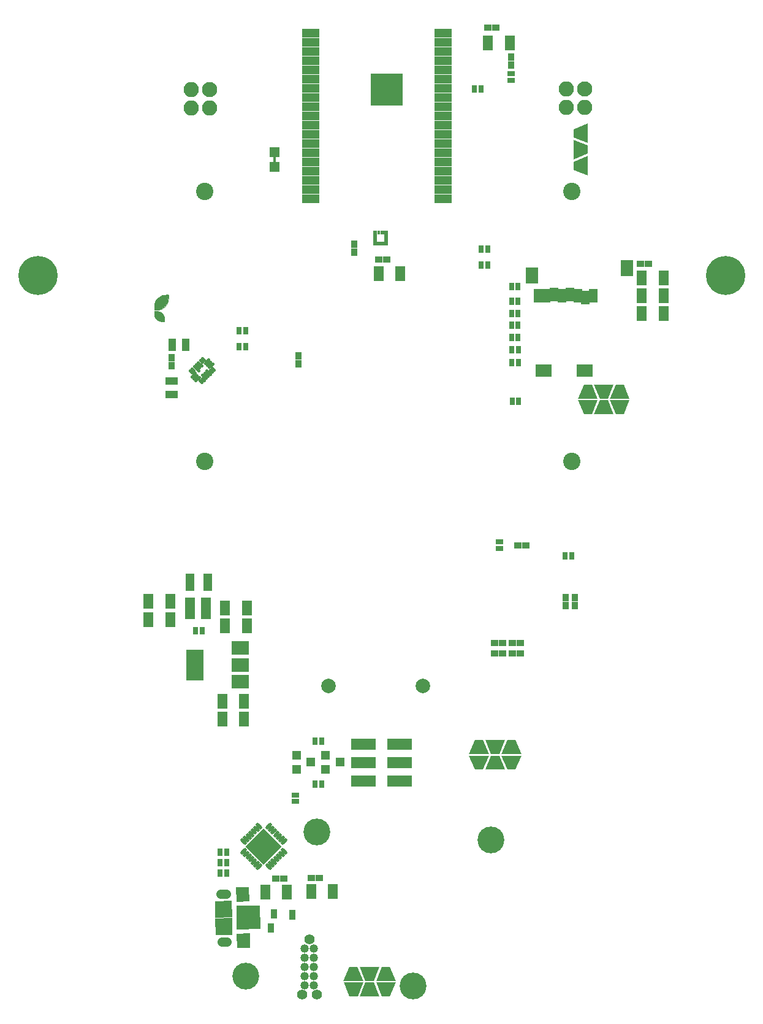
<source format=gbs>
G04 #@! TF.FileFunction,Soldermask,Bot*
%FSLAX46Y46*%
G04 Gerber Fmt 4.6, Leading zero omitted, Abs format (unit mm)*
G04 Created by KiCad (PCBNEW 4.0.7+dfsg1-1ubuntu2) date Fri May 11 22:40:51 2018*
%MOMM*%
%LPD*%
G01*
G04 APERTURE LIST*
%ADD10C,0.100000*%
%ADD11C,0.010000*%
%ADD12C,0.304800*%
%ADD13C,2.100000*%
%ADD14O,2.100000X2.100000*%
%ADD15R,2.400000X1.300000*%
%ADD16R,4.400000X4.400000*%
%ADD17R,0.800000X1.000000*%
%ADD18R,0.900000X1.000000*%
%ADD19R,1.400000X2.000000*%
%ADD20R,1.000000X0.900000*%
%ADD21R,1.799540X2.299920*%
%ADD22R,1.197560X1.898600*%
%ADD23R,2.198320X1.799540*%
%ADD24C,5.400000*%
%ADD25R,1.300000X2.350000*%
%ADD26R,1.700000X1.100000*%
%ADD27R,1.100000X1.700000*%
%ADD28R,1.000000X0.800000*%
%ADD29R,1.300000X1.200000*%
%ADD30R,1.460000X1.050000*%
%ADD31R,2.400000X4.200000*%
%ADD32R,2.400000X1.900000*%
%ADD33R,3.400000X1.600000*%
%ADD34C,1.299160*%
%ADD35R,0.450000X0.475000*%
%ADD36R,0.470000X0.495000*%
%ADD37R,0.495000X0.470000*%
%ADD38C,0.500000*%
%ADD39C,0.430000*%
%ADD40C,3.700000*%
%ADD41R,0.950000X0.700000*%
%ADD42C,2.000000*%
%ADD43R,1.400000X1.400000*%
%ADD44C,2.400000*%
%ADD45C,1.187400*%
%ADD46C,1.390600*%
G04 APERTURE END LIST*
D10*
D11*
G36*
X94605059Y-75928572D02*
X94614610Y-76200715D01*
X94649535Y-76516553D01*
X94731334Y-76777385D01*
X94861756Y-76985041D01*
X95042551Y-77141351D01*
X95275469Y-77248147D01*
X95562259Y-77307259D01*
X95681944Y-77317386D01*
X96013595Y-77336296D01*
X95991980Y-77030002D01*
X95944072Y-76703909D01*
X95850376Y-76434069D01*
X95710946Y-76220536D01*
X95525836Y-76063362D01*
X95295100Y-75962599D01*
X95018793Y-75918301D01*
X94852913Y-75917776D01*
X94605059Y-75928572D01*
X94605059Y-75928572D01*
G37*
X94605059Y-75928572D02*
X94614610Y-76200715D01*
X94649535Y-76516553D01*
X94731334Y-76777385D01*
X94861756Y-76985041D01*
X95042551Y-77141351D01*
X95275469Y-77248147D01*
X95562259Y-77307259D01*
X95681944Y-77317386D01*
X96013595Y-77336296D01*
X95991980Y-77030002D01*
X95944072Y-76703909D01*
X95850376Y-76434069D01*
X95710946Y-76220536D01*
X95525836Y-76063362D01*
X95295100Y-75962599D01*
X95018793Y-75918301D01*
X94852913Y-75917776D01*
X94605059Y-75928572D01*
G36*
X96077241Y-73650442D02*
X95760326Y-73722586D01*
X95467275Y-73835591D01*
X95210613Y-73983913D01*
X95002864Y-74162008D01*
X94900004Y-74291090D01*
X94796753Y-74484904D01*
X94709452Y-74721423D01*
X94643081Y-74978471D01*
X94602616Y-75233874D01*
X94593037Y-75465456D01*
X94606662Y-75597780D01*
X94625463Y-75677508D01*
X94657134Y-75715245D01*
X94724018Y-75725697D01*
X94799598Y-75724759D01*
X94941393Y-75715599D01*
X95100565Y-75697521D01*
X95158514Y-75688758D01*
X95517351Y-75600782D01*
X95821981Y-75465019D01*
X96073568Y-75280590D01*
X96273275Y-75046618D01*
X96422268Y-74762226D01*
X96436507Y-74725436D01*
X96484909Y-74559047D01*
X96524606Y-74353782D01*
X96552154Y-74136698D01*
X96564108Y-73934853D01*
X96557244Y-73776929D01*
X96540356Y-73681078D01*
X96510759Y-73637218D01*
X96448318Y-73625148D01*
X96405496Y-73624704D01*
X96077241Y-73650442D01*
X96077241Y-73650442D01*
G37*
X96077241Y-73650442D02*
X95760326Y-73722586D01*
X95467275Y-73835591D01*
X95210613Y-73983913D01*
X95002864Y-74162008D01*
X94900004Y-74291090D01*
X94796753Y-74484904D01*
X94709452Y-74721423D01*
X94643081Y-74978471D01*
X94602616Y-75233874D01*
X94593037Y-75465456D01*
X94606662Y-75597780D01*
X94625463Y-75677508D01*
X94657134Y-75715245D01*
X94724018Y-75725697D01*
X94799598Y-75724759D01*
X94941393Y-75715599D01*
X95100565Y-75697521D01*
X95158514Y-75688758D01*
X95517351Y-75600782D01*
X95821981Y-75465019D01*
X96073568Y-75280590D01*
X96273275Y-75046618D01*
X96422268Y-74762226D01*
X96436507Y-74725436D01*
X96484909Y-74559047D01*
X96524606Y-74353782D01*
X96552154Y-74136698D01*
X96564108Y-73934853D01*
X96557244Y-73776929D01*
X96540356Y-73681078D01*
X96510759Y-73637218D01*
X96448318Y-73625148D01*
X96405496Y-73624704D01*
X96077241Y-73650442D01*
D12*
X111200000Y-56000000D02*
X111200000Y-54000000D01*
D13*
X154070000Y-45230000D03*
D14*
X154070000Y-47770000D03*
X151530000Y-45230000D03*
X151530000Y-47770000D03*
D10*
G36*
X159462000Y-86088000D02*
X160262000Y-88012000D01*
X157538000Y-88012000D01*
X158338000Y-86088000D01*
X159462000Y-86088000D01*
X159462000Y-86088000D01*
G37*
G36*
X156138000Y-88012000D02*
X155338000Y-86088000D01*
X158062000Y-86088000D01*
X157262000Y-88012000D01*
X156138000Y-88012000D01*
X156138000Y-88012000D01*
G37*
G36*
X153938000Y-90112000D02*
X153138000Y-88188000D01*
X155862000Y-88188000D01*
X155062000Y-90112000D01*
X153938000Y-90112000D01*
X153938000Y-90112000D01*
G37*
G36*
X157262000Y-88188000D02*
X158062000Y-90112000D01*
X155338000Y-90112000D01*
X156138000Y-88188000D01*
X157262000Y-88188000D01*
X157262000Y-88188000D01*
G37*
G36*
X152538000Y-50788000D02*
X154462000Y-49988000D01*
X154462000Y-52712000D01*
X152538000Y-51912000D01*
X152538000Y-50788000D01*
X152538000Y-50788000D01*
G37*
G36*
X154462000Y-54162000D02*
X152538000Y-54962000D01*
X152538000Y-52238000D01*
X154462000Y-53038000D01*
X154462000Y-54162000D01*
X154462000Y-54162000D01*
G37*
G36*
X152538000Y-55288000D02*
X154462000Y-54488000D01*
X154462000Y-57212000D01*
X152538000Y-56412000D01*
X152538000Y-55288000D01*
X152538000Y-55288000D01*
G37*
G36*
X140012000Y-135088000D02*
X140812000Y-137012000D01*
X138088000Y-137012000D01*
X138888000Y-135088000D01*
X140012000Y-135088000D01*
X140012000Y-135088000D01*
G37*
G36*
X141138000Y-137012000D02*
X140338000Y-135088000D01*
X143062000Y-135088000D01*
X142262000Y-137012000D01*
X141138000Y-137012000D01*
X141138000Y-137012000D01*
G37*
G36*
X144512000Y-135088000D02*
X145312000Y-137012000D01*
X142588000Y-137012000D01*
X143388000Y-135088000D01*
X144512000Y-135088000D01*
X144512000Y-135088000D01*
G37*
G36*
X143388000Y-139162000D02*
X142588000Y-137238000D01*
X145312000Y-137238000D01*
X144512000Y-139162000D01*
X143388000Y-139162000D01*
X143388000Y-139162000D01*
G37*
G36*
X142262000Y-137238000D02*
X143062000Y-139162000D01*
X140338000Y-139162000D01*
X141138000Y-137238000D01*
X142262000Y-137238000D01*
X142262000Y-137238000D01*
G37*
G36*
X138888000Y-139162000D02*
X138088000Y-137238000D01*
X140812000Y-137238000D01*
X140012000Y-139162000D01*
X138888000Y-139162000D01*
X138888000Y-139162000D01*
G37*
G36*
X126038000Y-170462000D02*
X125238000Y-168538000D01*
X127962000Y-168538000D01*
X127162000Y-170462000D01*
X126038000Y-170462000D01*
X126038000Y-170462000D01*
G37*
G36*
X127162000Y-166438000D02*
X127962000Y-168362000D01*
X125238000Y-168362000D01*
X126038000Y-166438000D01*
X127162000Y-166438000D01*
X127162000Y-166438000D01*
G37*
G36*
X123788000Y-168362000D02*
X122988000Y-166438000D01*
X125712000Y-166438000D01*
X124912000Y-168362000D01*
X123788000Y-168362000D01*
X123788000Y-168362000D01*
G37*
D15*
X134500000Y-37570000D03*
X134500000Y-38840000D03*
X134500000Y-40110000D03*
X134500000Y-41380000D03*
X134500000Y-42650000D03*
X134500000Y-43920000D03*
X134500000Y-45190000D03*
X134500000Y-46460000D03*
X134500000Y-47730000D03*
X134500000Y-49000000D03*
X134500000Y-50270000D03*
X134500000Y-51540000D03*
X134500000Y-52810000D03*
X134500000Y-54080000D03*
X134500000Y-55350000D03*
X134500000Y-56620000D03*
X134500000Y-57890000D03*
X134500000Y-59160000D03*
X134500000Y-60430000D03*
X116190000Y-37570000D03*
X116190000Y-38840000D03*
X116190000Y-40110000D03*
X116190000Y-41380000D03*
X116190000Y-45190000D03*
X116190000Y-42650000D03*
X116190000Y-43920000D03*
X116190000Y-46460000D03*
X116190000Y-47730000D03*
X116190000Y-49000000D03*
X116190000Y-50270000D03*
X116190000Y-51540000D03*
X116190000Y-52810000D03*
X116190000Y-54080000D03*
X116190000Y-55350000D03*
X116190000Y-56620000D03*
X116190000Y-57890000D03*
X116190000Y-59160000D03*
X116190000Y-60430000D03*
D16*
X126750000Y-45360000D03*
D17*
X100300000Y-120000000D03*
X101200000Y-120000000D03*
D18*
X97000000Y-83450000D03*
X97000000Y-82350000D03*
D19*
X161950000Y-71350000D03*
X164950000Y-71350000D03*
D20*
X161750000Y-69400000D03*
X162850000Y-69400000D03*
D19*
X109950000Y-156050000D03*
X112950000Y-156050000D03*
D20*
X111400000Y-154200000D03*
X112500000Y-154200000D03*
D19*
X116300000Y-156000000D03*
X119300000Y-156000000D03*
D20*
X116300000Y-154150000D03*
X117400000Y-154150000D03*
D18*
X143900000Y-41900000D03*
X143900000Y-40800000D03*
D19*
X140700000Y-38900000D03*
X143700000Y-38900000D03*
D20*
X140700000Y-36800000D03*
X141800000Y-36800000D03*
D19*
X106983406Y-129731224D03*
X103983406Y-129731224D03*
X106983408Y-132231225D03*
X103983408Y-132231225D03*
D20*
X144050000Y-123100000D03*
X145150000Y-123100000D03*
X142750000Y-123100000D03*
X141650000Y-123100000D03*
D19*
X104400000Y-116900000D03*
X107400000Y-116900000D03*
X93800000Y-115900000D03*
X96800000Y-115900000D03*
X104400000Y-119300000D03*
X107400000Y-119300000D03*
D20*
X142700000Y-121700000D03*
X141600000Y-121700000D03*
X144050000Y-121700000D03*
X145150000Y-121700000D03*
D19*
X96800000Y-118500000D03*
X93800000Y-118500000D03*
D18*
X151400000Y-116500000D03*
X151400000Y-115400000D03*
X152700000Y-116500000D03*
X152700000Y-115400000D03*
D20*
X144850000Y-108250000D03*
X145950000Y-108250000D03*
D19*
X125600000Y-70700000D03*
X128600000Y-70700000D03*
D20*
X125650000Y-68800000D03*
X126750000Y-68800000D03*
D18*
X122200000Y-66650000D03*
X122200000Y-67750000D03*
D21*
X159936220Y-69949760D03*
X146789180Y-70950520D03*
D22*
X155288020Y-73800400D03*
X154188200Y-74001060D03*
X153090920Y-73800400D03*
X151991100Y-73599740D03*
X150891280Y-73800400D03*
X149788920Y-73599740D03*
X148689100Y-73800400D03*
X147589280Y-73800400D03*
D23*
X148389380Y-84097560D03*
X154086600Y-84097560D03*
D24*
X78500000Y-71000000D03*
X173500000Y-71000000D03*
D25*
X102025000Y-113300000D03*
X99575000Y-113300000D03*
D26*
X97000000Y-85500000D03*
X97000000Y-87400000D03*
D17*
X117700000Y-141150000D03*
X116800000Y-141150000D03*
X116800000Y-135250000D03*
X117700000Y-135250000D03*
D27*
X98950000Y-80550000D03*
X97050000Y-80550000D03*
D28*
X114100000Y-143550000D03*
X114100000Y-142650000D03*
X143900000Y-44050000D03*
X143900000Y-43150000D03*
D17*
X151350000Y-109700000D03*
X152250000Y-109700000D03*
X144950000Y-88350000D03*
X144050000Y-88350000D03*
D28*
X142300000Y-107750000D03*
X142300000Y-108650000D03*
D29*
X118250000Y-139100000D03*
X118250000Y-137200000D03*
X120250000Y-138150000D03*
X114250000Y-139100000D03*
X114250000Y-137200000D03*
X116250000Y-138150000D03*
D30*
X101700000Y-115950000D03*
X101700000Y-116900000D03*
X101700000Y-117850000D03*
X99500000Y-117850000D03*
X99500000Y-115950000D03*
X99500000Y-116900000D03*
D31*
X100200000Y-124700000D03*
D32*
X106500000Y-124700000D03*
X106500000Y-127000000D03*
X106500000Y-122400000D03*
D33*
X123500000Y-140700000D03*
X128500000Y-138200000D03*
X128500000Y-140700000D03*
X128500000Y-135700000D03*
X123500000Y-138200000D03*
X123500000Y-135700000D03*
D18*
X114500000Y-82050000D03*
X114500000Y-83150000D03*
D17*
X138850000Y-45200000D03*
X139750000Y-45200000D03*
D10*
G36*
X105989900Y-160564893D02*
X109243404Y-160508103D01*
X109254796Y-161160783D01*
X106001292Y-161217573D01*
X105989900Y-160564893D01*
X105989900Y-160564893D01*
G37*
G36*
X105978551Y-159914752D02*
X109232055Y-159857962D01*
X109243447Y-160510642D01*
X105989943Y-160567432D01*
X105978551Y-159914752D01*
X105978551Y-159914752D01*
G37*
G36*
X105967247Y-159267150D02*
X109220751Y-159210360D01*
X109232143Y-159863040D01*
X105978639Y-159919830D01*
X105967247Y-159267150D01*
X105967247Y-159267150D01*
G37*
G36*
X105955943Y-158619549D02*
X109209447Y-158562759D01*
X109220839Y-159215439D01*
X105967335Y-159272229D01*
X105955943Y-158619549D01*
X105955943Y-158619549D01*
G37*
G36*
X105944595Y-157969408D02*
X109198099Y-157912618D01*
X109209491Y-158565298D01*
X105955987Y-158622088D01*
X105944595Y-157969408D01*
X105944595Y-157969408D01*
G37*
D34*
X104607454Y-162917288D02*
X103909060Y-162929478D01*
X104492287Y-156319373D02*
X103793893Y-156331563D01*
D10*
G36*
X106043416Y-163789589D02*
X106008552Y-161792233D01*
X107807818Y-161760827D01*
X107842682Y-163758183D01*
X106043416Y-163789589D01*
X106043416Y-163789589D01*
G37*
G36*
X105931795Y-157394843D02*
X105896931Y-155397487D01*
X107696197Y-155366081D01*
X107731061Y-157363437D01*
X105931795Y-157394843D01*
X105931795Y-157394843D01*
G37*
G36*
X105386371Y-161952926D02*
X103086802Y-161993065D01*
X103046663Y-159693496D01*
X105346232Y-159653357D01*
X105386371Y-161952926D01*
X105386371Y-161952926D01*
G37*
G36*
X105344525Y-159555532D02*
X103044956Y-159595671D01*
X103004817Y-157296102D01*
X105304386Y-157255963D01*
X105344525Y-159555532D01*
X105344525Y-159555532D01*
G37*
D17*
X144000000Y-83000000D03*
X144900000Y-83000000D03*
D19*
X161950000Y-73800000D03*
X164950000Y-73800000D03*
X161950000Y-76250000D03*
X164950000Y-76250000D03*
D35*
X125587500Y-65087500D03*
D36*
X126087500Y-65087500D03*
X125587500Y-66612500D03*
X126087500Y-66612500D03*
X126587500Y-65087500D03*
X126587500Y-66612500D03*
X125087500Y-65087500D03*
X125087500Y-66612500D03*
D37*
X126600000Y-65600000D03*
X126600000Y-66100000D03*
X125075000Y-66100000D03*
X125075000Y-65600000D03*
D38*
X112724899Y-150642309D02*
X112335991Y-150253401D01*
X112371345Y-150995863D02*
X111982437Y-150606955D01*
X112017792Y-151349416D02*
X111628884Y-150960508D01*
X111664239Y-151702970D02*
X111275331Y-151314062D01*
X111310685Y-152056523D02*
X110921777Y-151667615D01*
X110957132Y-152410076D02*
X110568224Y-152021168D01*
X110603578Y-152763630D02*
X110214670Y-152374722D01*
X108871168Y-152763630D02*
X109260076Y-152374722D01*
X108517614Y-152410076D02*
X108906522Y-152021168D01*
X108164061Y-152056523D02*
X108552969Y-151667615D01*
X107810507Y-151702970D02*
X108199415Y-151314062D01*
X107456954Y-151349416D02*
X107845862Y-150960508D01*
X107103401Y-150995863D02*
X107492309Y-150606955D01*
X106749847Y-150642309D02*
X107138755Y-150253401D01*
X107138755Y-149298807D02*
X106749847Y-148909899D01*
X107492309Y-148945253D02*
X107103401Y-148556345D01*
X107845862Y-148591700D02*
X107456954Y-148202792D01*
X108199415Y-148238146D02*
X107810507Y-147849238D01*
X108552969Y-147884593D02*
X108164061Y-147495685D01*
X108906522Y-147531040D02*
X108517614Y-147142132D01*
X109260076Y-147177486D02*
X108871168Y-146788578D01*
X110214670Y-147177486D02*
X110603578Y-146788578D01*
X110568224Y-147531040D02*
X110957132Y-147142132D01*
X110921777Y-147884593D02*
X111310685Y-147495685D01*
X111275331Y-148238146D02*
X111664239Y-147849238D01*
X111628884Y-148591700D02*
X112017792Y-148202792D01*
X111982437Y-148945253D02*
X112371345Y-148556345D01*
X112335991Y-149298807D02*
X112724899Y-148909899D01*
D10*
G36*
X109878794Y-149776104D02*
X108552969Y-151101929D01*
X107227144Y-149776104D01*
X108552969Y-148450279D01*
X109878794Y-149776104D01*
X109878794Y-149776104D01*
G37*
G36*
X111063198Y-148591700D02*
X109737373Y-149917525D01*
X108411548Y-148591700D01*
X109737373Y-147265875D01*
X111063198Y-148591700D01*
X111063198Y-148591700D01*
G37*
G36*
X111063198Y-150960508D02*
X109737373Y-152286333D01*
X108411548Y-150960508D01*
X109737373Y-149634683D01*
X111063198Y-150960508D01*
X111063198Y-150960508D01*
G37*
G36*
X112247602Y-149776104D02*
X110921777Y-151101929D01*
X109595952Y-149776104D01*
X110921777Y-148450279D01*
X112247602Y-149776104D01*
X112247602Y-149776104D01*
G37*
D39*
X99549260Y-84096316D02*
X99800282Y-84347338D01*
X100500318Y-84749682D02*
X100044234Y-85205766D01*
X100217475Y-84466839D02*
X99761391Y-84922923D01*
X100783161Y-85032525D02*
X100327077Y-85488609D01*
X99832102Y-83813473D02*
X100083124Y-84064495D01*
X100956402Y-82675031D02*
X101207424Y-82926053D01*
X101239245Y-82392189D02*
X101490267Y-82643211D01*
X102072923Y-82611391D02*
X101616839Y-83067475D01*
X102355766Y-82894234D02*
X101899682Y-83350318D01*
X102638609Y-83177077D02*
X102182525Y-83633161D01*
X100909733Y-85456789D02*
X101160755Y-85707811D01*
X101192576Y-85173947D02*
X101443598Y-85424969D01*
X102606789Y-83759733D02*
X102857811Y-84010755D01*
X102323947Y-84042576D02*
X102574969Y-84293598D01*
X100107873Y-83523559D02*
X100705379Y-84121065D01*
X101270357Y-84686042D02*
X101726441Y-85142126D01*
X101553200Y-84403200D02*
X102009284Y-84859284D01*
X101836042Y-84120357D02*
X102292126Y-84576441D01*
X100390716Y-83240716D02*
X100846800Y-83696800D01*
X100673559Y-82957874D02*
X101129643Y-83413958D01*
D40*
X141100000Y-148900000D03*
X130350000Y-169050000D03*
X107250000Y-167700000D03*
X117050000Y-147800000D03*
D17*
X104600000Y-150550000D03*
X103700000Y-150550000D03*
D41*
X110700000Y-160700001D03*
X110700000Y-161350001D03*
D17*
X104600000Y-153450000D03*
X103700000Y-153450000D03*
X103700000Y-152000000D03*
X104600000Y-152000000D03*
D41*
X111099995Y-159399997D03*
X111099995Y-158749997D03*
X113700000Y-159525000D03*
X113700000Y-158875000D03*
D10*
G36*
X121588000Y-170462000D02*
X120788000Y-168538000D01*
X123512000Y-168538000D01*
X122712000Y-170462000D01*
X121588000Y-170462000D01*
X121588000Y-170462000D01*
G37*
G36*
X124912000Y-168538000D02*
X125712000Y-170462000D01*
X122988000Y-170462000D01*
X123788000Y-168538000D01*
X124912000Y-168538000D01*
X124912000Y-168538000D01*
G37*
G36*
X155062000Y-86088000D02*
X155862000Y-88012000D01*
X153138000Y-88012000D01*
X153938000Y-86088000D01*
X155062000Y-86088000D01*
X155062000Y-86088000D01*
G37*
G36*
X158338000Y-90112000D02*
X157538000Y-88188000D01*
X160262000Y-88188000D01*
X159462000Y-90112000D01*
X158338000Y-90112000D01*
X158338000Y-90112000D01*
G37*
D42*
X118700000Y-127600000D03*
X131700000Y-127600000D03*
D13*
X102270000Y-45330000D03*
D14*
X102270000Y-47870000D03*
X99730000Y-45330000D03*
X99730000Y-47870000D03*
D17*
X107238031Y-78636737D03*
X106338031Y-78636737D03*
X107238032Y-80800000D03*
X106338032Y-80800000D03*
X139750000Y-69550000D03*
X140650000Y-69550000D03*
X139750000Y-67300000D03*
X140650000Y-67300000D03*
D10*
G36*
X122662000Y-166438000D02*
X123462000Y-168362000D01*
X120738000Y-168362000D01*
X121538000Y-166438000D01*
X122662000Y-166438000D01*
X122662000Y-166438000D01*
G37*
D17*
X144000000Y-81200000D03*
X144900000Y-81200000D03*
X143950000Y-72500000D03*
X144850000Y-72500000D03*
X143950000Y-74500000D03*
X144850000Y-74500000D03*
X143950000Y-76200000D03*
X144850000Y-76200000D03*
X143950000Y-77800000D03*
X144850000Y-77800000D03*
X143950000Y-79500000D03*
X144850000Y-79500000D03*
D43*
X111200000Y-54000000D03*
X111200000Y-56000000D03*
D44*
X152300000Y-59400000D03*
X152300000Y-96600000D03*
X101600000Y-59400000D03*
X101600000Y-96600000D03*
D45*
X116670000Y-163860000D03*
X116670000Y-165130000D03*
X116670000Y-166400000D03*
X116670000Y-167670000D03*
X116670000Y-168940000D03*
X115400000Y-168940000D03*
X115400000Y-167670000D03*
X115400000Y-166400000D03*
X115400000Y-165130000D03*
X115400000Y-163860000D03*
D46*
X116035000Y-162590000D03*
X115019000Y-170210000D03*
X117051000Y-170210000D03*
M02*

</source>
